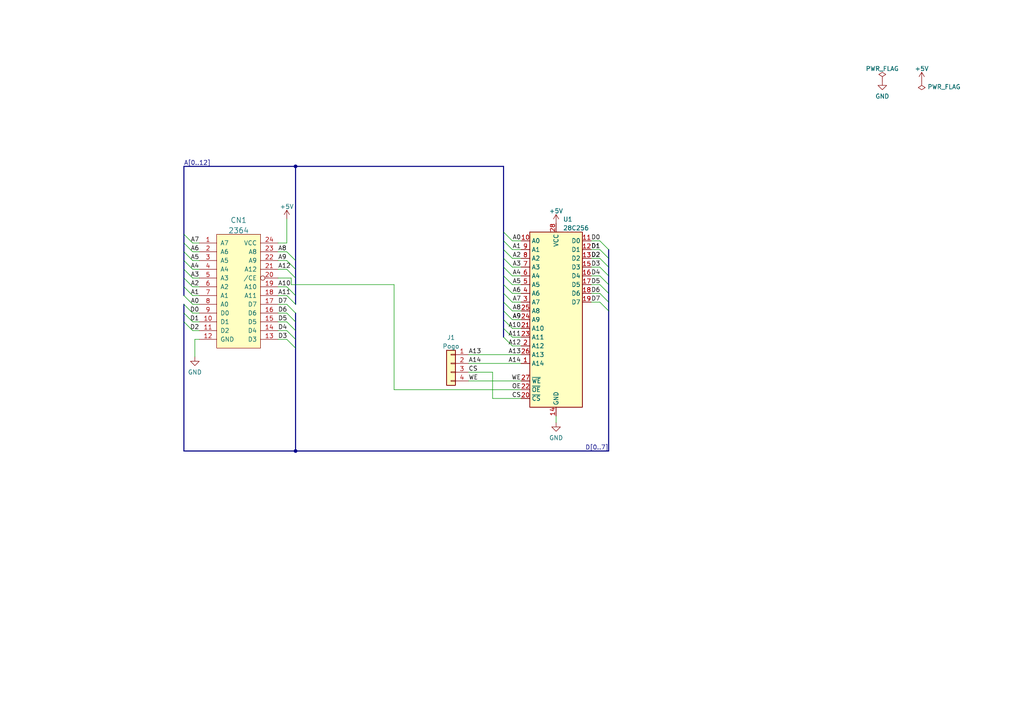
<source format=kicad_sch>
(kicad_sch (version 20211123) (generator eeschema)

  (uuid 5bc3b26b-97af-443e-88ec-f1e480af5ab0)

  (paper "A4")

  (title_block
    (title "KERNALquattro Adapter")
    (date "2022-05-02")
    (rev "1")
    (company "www.hackup.net")
    (comment 1 "Creative Commons Attribution-NonCommercial-ShareAlike 4.0 International License.")
    (comment 2 "This work is licensed under a")
  )

  (lib_symbols
    (symbol "Connector_Generic:Conn_01x04" (pin_names (offset 1.016) hide) (in_bom yes) (on_board yes)
      (property "Reference" "J" (id 0) (at 0 5.08 0)
        (effects (font (size 1.27 1.27)))
      )
      (property "Value" "Conn_01x04" (id 1) (at 0 -7.62 0)
        (effects (font (size 1.27 1.27)))
      )
      (property "Footprint" "" (id 2) (at 0 0 0)
        (effects (font (size 1.27 1.27)) hide)
      )
      (property "Datasheet" "~" (id 3) (at 0 0 0)
        (effects (font (size 1.27 1.27)) hide)
      )
      (property "ki_keywords" "connector" (id 4) (at 0 0 0)
        (effects (font (size 1.27 1.27)) hide)
      )
      (property "ki_description" "Generic connector, single row, 01x04, script generated (kicad-library-utils/schlib/autogen/connector/)" (id 5) (at 0 0 0)
        (effects (font (size 1.27 1.27)) hide)
      )
      (property "ki_fp_filters" "Connector*:*_1x??_*" (id 6) (at 0 0 0)
        (effects (font (size 1.27 1.27)) hide)
      )
      (symbol "Conn_01x04_1_1"
        (rectangle (start -1.27 -4.953) (end 0 -5.207)
          (stroke (width 0.1524) (type default) (color 0 0 0 0))
          (fill (type none))
        )
        (rectangle (start -1.27 -2.413) (end 0 -2.667)
          (stroke (width 0.1524) (type default) (color 0 0 0 0))
          (fill (type none))
        )
        (rectangle (start -1.27 0.127) (end 0 -0.127)
          (stroke (width 0.1524) (type default) (color 0 0 0 0))
          (fill (type none))
        )
        (rectangle (start -1.27 2.667) (end 0 2.413)
          (stroke (width 0.1524) (type default) (color 0 0 0 0))
          (fill (type none))
        )
        (rectangle (start -1.27 3.81) (end 1.27 -6.35)
          (stroke (width 0.254) (type default) (color 0 0 0 0))
          (fill (type background))
        )
        (pin passive line (at -5.08 2.54 0) (length 3.81)
          (name "Pin_1" (effects (font (size 1.27 1.27))))
          (number "1" (effects (font (size 1.27 1.27))))
        )
        (pin passive line (at -5.08 0 0) (length 3.81)
          (name "Pin_2" (effects (font (size 1.27 1.27))))
          (number "2" (effects (font (size 1.27 1.27))))
        )
        (pin passive line (at -5.08 -2.54 0) (length 3.81)
          (name "Pin_3" (effects (font (size 1.27 1.27))))
          (number "3" (effects (font (size 1.27 1.27))))
        )
        (pin passive line (at -5.08 -5.08 0) (length 3.81)
          (name "Pin_4" (effects (font (size 1.27 1.27))))
          (number "4" (effects (font (size 1.27 1.27))))
        )
      )
    )
    (symbol "Memory_EEPROM:28C256" (in_bom yes) (on_board yes)
      (property "Reference" "U" (id 0) (at -7.62 26.67 0)
        (effects (font (size 1.27 1.27)))
      )
      (property "Value" "28C256" (id 1) (at 2.54 -26.67 0)
        (effects (font (size 1.27 1.27)) (justify left))
      )
      (property "Footprint" "" (id 2) (at 0 0 0)
        (effects (font (size 1.27 1.27)) hide)
      )
      (property "Datasheet" "http://ww1.microchip.com/downloads/en/DeviceDoc/doc0006.pdf" (id 3) (at 0 0 0)
        (effects (font (size 1.27 1.27)) hide)
      )
      (property "ki_keywords" "Parallel EEPROM 256Kb" (id 4) (at 0 0 0)
        (effects (font (size 1.27 1.27)) hide)
      )
      (property "ki_description" "Paged Parallel EEPROM 256Kb (32K x 8), DIP-28/SOIC-28" (id 5) (at 0 0 0)
        (effects (font (size 1.27 1.27)) hide)
      )
      (property "ki_fp_filters" "DIP*W15.24mm* SOIC*7.5x17.9mm*P1.27mm*" (id 6) (at 0 0 0)
        (effects (font (size 1.27 1.27)) hide)
      )
      (symbol "28C256_1_1"
        (rectangle (start -7.62 25.4) (end 7.62 -25.4)
          (stroke (width 0.254) (type default) (color 0 0 0 0))
          (fill (type background))
        )
        (pin input line (at -10.16 -12.7 0) (length 2.54)
          (name "A14" (effects (font (size 1.27 1.27))))
          (number "1" (effects (font (size 1.27 1.27))))
        )
        (pin input line (at -10.16 22.86 0) (length 2.54)
          (name "A0" (effects (font (size 1.27 1.27))))
          (number "10" (effects (font (size 1.27 1.27))))
        )
        (pin tri_state line (at 10.16 22.86 180) (length 2.54)
          (name "D0" (effects (font (size 1.27 1.27))))
          (number "11" (effects (font (size 1.27 1.27))))
        )
        (pin tri_state line (at 10.16 20.32 180) (length 2.54)
          (name "D1" (effects (font (size 1.27 1.27))))
          (number "12" (effects (font (size 1.27 1.27))))
        )
        (pin tri_state line (at 10.16 17.78 180) (length 2.54)
          (name "D2" (effects (font (size 1.27 1.27))))
          (number "13" (effects (font (size 1.27 1.27))))
        )
        (pin power_in line (at 0 -27.94 90) (length 2.54)
          (name "GND" (effects (font (size 1.27 1.27))))
          (number "14" (effects (font (size 1.27 1.27))))
        )
        (pin tri_state line (at 10.16 15.24 180) (length 2.54)
          (name "D3" (effects (font (size 1.27 1.27))))
          (number "15" (effects (font (size 1.27 1.27))))
        )
        (pin tri_state line (at 10.16 12.7 180) (length 2.54)
          (name "D4" (effects (font (size 1.27 1.27))))
          (number "16" (effects (font (size 1.27 1.27))))
        )
        (pin tri_state line (at 10.16 10.16 180) (length 2.54)
          (name "D5" (effects (font (size 1.27 1.27))))
          (number "17" (effects (font (size 1.27 1.27))))
        )
        (pin tri_state line (at 10.16 7.62 180) (length 2.54)
          (name "D6" (effects (font (size 1.27 1.27))))
          (number "18" (effects (font (size 1.27 1.27))))
        )
        (pin tri_state line (at 10.16 5.08 180) (length 2.54)
          (name "D7" (effects (font (size 1.27 1.27))))
          (number "19" (effects (font (size 1.27 1.27))))
        )
        (pin input line (at -10.16 -7.62 0) (length 2.54)
          (name "A12" (effects (font (size 1.27 1.27))))
          (number "2" (effects (font (size 1.27 1.27))))
        )
        (pin input line (at -10.16 -22.86 0) (length 2.54)
          (name "~{CS}" (effects (font (size 1.27 1.27))))
          (number "20" (effects (font (size 1.27 1.27))))
        )
        (pin input line (at -10.16 -2.54 0) (length 2.54)
          (name "A10" (effects (font (size 1.27 1.27))))
          (number "21" (effects (font (size 1.27 1.27))))
        )
        (pin input line (at -10.16 -20.32 0) (length 2.54)
          (name "~{OE}" (effects (font (size 1.27 1.27))))
          (number "22" (effects (font (size 1.27 1.27))))
        )
        (pin input line (at -10.16 -5.08 0) (length 2.54)
          (name "A11" (effects (font (size 1.27 1.27))))
          (number "23" (effects (font (size 1.27 1.27))))
        )
        (pin input line (at -10.16 0 0) (length 2.54)
          (name "A9" (effects (font (size 1.27 1.27))))
          (number "24" (effects (font (size 1.27 1.27))))
        )
        (pin input line (at -10.16 2.54 0) (length 2.54)
          (name "A8" (effects (font (size 1.27 1.27))))
          (number "25" (effects (font (size 1.27 1.27))))
        )
        (pin input line (at -10.16 -10.16 0) (length 2.54)
          (name "A13" (effects (font (size 1.27 1.27))))
          (number "26" (effects (font (size 1.27 1.27))))
        )
        (pin input line (at -10.16 -17.78 0) (length 2.54)
          (name "~{WE}" (effects (font (size 1.27 1.27))))
          (number "27" (effects (font (size 1.27 1.27))))
        )
        (pin power_in line (at 0 27.94 270) (length 2.54)
          (name "VCC" (effects (font (size 1.27 1.27))))
          (number "28" (effects (font (size 1.27 1.27))))
        )
        (pin input line (at -10.16 5.08 0) (length 2.54)
          (name "A7" (effects (font (size 1.27 1.27))))
          (number "3" (effects (font (size 1.27 1.27))))
        )
        (pin input line (at -10.16 7.62 0) (length 2.54)
          (name "A6" (effects (font (size 1.27 1.27))))
          (number "4" (effects (font (size 1.27 1.27))))
        )
        (pin input line (at -10.16 10.16 0) (length 2.54)
          (name "A5" (effects (font (size 1.27 1.27))))
          (number "5" (effects (font (size 1.27 1.27))))
        )
        (pin input line (at -10.16 12.7 0) (length 2.54)
          (name "A4" (effects (font (size 1.27 1.27))))
          (number "6" (effects (font (size 1.27 1.27))))
        )
        (pin input line (at -10.16 15.24 0) (length 2.54)
          (name "A3" (effects (font (size 1.27 1.27))))
          (number "7" (effects (font (size 1.27 1.27))))
        )
        (pin input line (at -10.16 17.78 0) (length 2.54)
          (name "A2" (effects (font (size 1.27 1.27))))
          (number "8" (effects (font (size 1.27 1.27))))
        )
        (pin input line (at -10.16 20.32 0) (length 2.54)
          (name "A1" (effects (font (size 1.27 1.27))))
          (number "9" (effects (font (size 1.27 1.27))))
        )
      )
    )
    (symbol "hackup:2364" (pin_names (offset 1.016)) (in_bom yes) (on_board yes)
      (property "Reference" "U" (id 0) (at 0 -17.78 0)
        (effects (font (size 1.524 1.524)))
      )
      (property "Value" "2364" (id 1) (at 0 17.78 0)
        (effects (font (size 1.524 1.524)))
      )
      (property "Footprint" "" (id 2) (at 0 17.78 0)
        (effects (font (size 1.524 1.524)) hide)
      )
      (property "Datasheet" "" (id 3) (at 0 17.78 0)
        (effects (font (size 1.524 1.524)) hide)
      )
      (symbol "2364_0_1"
        (rectangle (start -6.35 16.51) (end 6.35 -16.51)
          (stroke (width 0) (type default) (color 0 0 0 0))
          (fill (type background))
        )
        (pin tri_state line (at 11.43 -8.89 180) (length 5.08)
          (name "D5" (effects (font (size 1.27 1.27))))
          (number "15" (effects (font (size 1.27 1.27))))
        )
        (pin tri_state line (at 11.43 -6.35 180) (length 5.08)
          (name "D6" (effects (font (size 1.27 1.27))))
          (number "16" (effects (font (size 1.27 1.27))))
        )
        (pin tri_state line (at 11.43 -3.81 180) (length 5.08)
          (name "D7" (effects (font (size 1.27 1.27))))
          (number "17" (effects (font (size 1.27 1.27))))
        )
        (pin input line (at 11.43 -1.27 180) (length 5.08)
          (name "A11" (effects (font (size 1.27 1.27))))
          (number "18" (effects (font (size 1.27 1.27))))
        )
        (pin input line (at 11.43 1.27 180) (length 5.08)
          (name "A10" (effects (font (size 1.27 1.27))))
          (number "19" (effects (font (size 1.27 1.27))))
        )
        (pin input inverted (at 11.43 3.81 180) (length 5.08)
          (name "/CE" (effects (font (size 1.27 1.27))))
          (number "20" (effects (font (size 1.27 1.27))))
        )
        (pin input line (at 11.43 6.35 180) (length 5.08)
          (name "A12" (effects (font (size 1.27 1.27))))
          (number "21" (effects (font (size 1.27 1.27))))
        )
        (pin input line (at 11.43 8.89 180) (length 5.08)
          (name "A9" (effects (font (size 1.27 1.27))))
          (number "22" (effects (font (size 1.27 1.27))))
        )
        (pin input line (at 11.43 11.43 180) (length 5.08)
          (name "A8" (effects (font (size 1.27 1.27))))
          (number "23" (effects (font (size 1.27 1.27))))
        )
        (pin power_in line (at 11.43 13.97 180) (length 5.08)
          (name "VCC" (effects (font (size 1.27 1.27))))
          (number "24" (effects (font (size 1.27 1.27))))
        )
      )
      (symbol "2364_1_1"
        (pin input line (at -11.43 13.97 0) (length 5.08)
          (name "A7" (effects (font (size 1.27 1.27))))
          (number "1" (effects (font (size 1.27 1.27))))
        )
        (pin tri_state line (at -11.43 -8.89 0) (length 5.08)
          (name "D1" (effects (font (size 1.27 1.27))))
          (number "10" (effects (font (size 1.27 1.27))))
        )
        (pin tri_state line (at -11.43 -11.43 0) (length 5.08)
          (name "D2" (effects (font (size 1.27 1.27))))
          (number "11" (effects (font (size 1.27 1.27))))
        )
        (pin power_in line (at -11.43 -13.97 0) (length 5.08)
          (name "GND" (effects (font (size 1.27 1.27))))
          (number "12" (effects (font (size 1.27 1.27))))
        )
        (pin tri_state line (at 11.43 -13.97 180) (length 5.08)
          (name "D3" (effects (font (size 1.27 1.27))))
          (number "13" (effects (font (size 1.27 1.27))))
        )
        (pin tri_state line (at 11.43 -11.43 180) (length 5.08)
          (name "D4" (effects (font (size 1.27 1.27))))
          (number "14" (effects (font (size 1.27 1.27))))
        )
        (pin input line (at -11.43 11.43 0) (length 5.08)
          (name "A6" (effects (font (size 1.27 1.27))))
          (number "2" (effects (font (size 1.27 1.27))))
        )
        (pin input line (at -11.43 8.89 0) (length 5.08)
          (name "A5" (effects (font (size 1.27 1.27))))
          (number "3" (effects (font (size 1.27 1.27))))
        )
        (pin input line (at -11.43 6.35 0) (length 5.08)
          (name "A4" (effects (font (size 1.27 1.27))))
          (number "4" (effects (font (size 1.27 1.27))))
        )
        (pin input line (at -11.43 3.81 0) (length 5.08)
          (name "A3" (effects (font (size 1.27 1.27))))
          (number "5" (effects (font (size 1.27 1.27))))
        )
        (pin input line (at -11.43 1.27 0) (length 5.08)
          (name "A2" (effects (font (size 1.27 1.27))))
          (number "6" (effects (font (size 1.27 1.27))))
        )
        (pin input line (at -11.43 -1.27 0) (length 5.08)
          (name "A1" (effects (font (size 1.27 1.27))))
          (number "7" (effects (font (size 1.27 1.27))))
        )
        (pin input line (at -11.43 -3.81 0) (length 5.08)
          (name "A0" (effects (font (size 1.27 1.27))))
          (number "8" (effects (font (size 1.27 1.27))))
        )
        (pin tri_state line (at -11.43 -6.35 0) (length 5.08)
          (name "D0" (effects (font (size 1.27 1.27))))
          (number "9" (effects (font (size 1.27 1.27))))
        )
      )
    )
    (symbol "power:+5V" (power) (pin_names (offset 0)) (in_bom yes) (on_board yes)
      (property "Reference" "#PWR" (id 0) (at 0 -3.81 0)
        (effects (font (size 1.27 1.27)) hide)
      )
      (property "Value" "+5V" (id 1) (at 0 3.556 0)
        (effects (font (size 1.27 1.27)))
      )
      (property "Footprint" "" (id 2) (at 0 0 0)
        (effects (font (size 1.27 1.27)) hide)
      )
      (property "Datasheet" "" (id 3) (at 0 0 0)
        (effects (font (size 1.27 1.27)) hide)
      )
      (property "ki_keywords" "power-flag" (id 4) (at 0 0 0)
        (effects (font (size 1.27 1.27)) hide)
      )
      (property "ki_description" "Power symbol creates a global label with name \"+5V\"" (id 5) (at 0 0 0)
        (effects (font (size 1.27 1.27)) hide)
      )
      (symbol "+5V_0_1"
        (polyline
          (pts
            (xy -0.762 1.27)
            (xy 0 2.54)
          )
          (stroke (width 0) (type default) (color 0 0 0 0))
          (fill (type none))
        )
        (polyline
          (pts
            (xy 0 0)
            (xy 0 2.54)
          )
          (stroke (width 0) (type default) (color 0 0 0 0))
          (fill (type none))
        )
        (polyline
          (pts
            (xy 0 2.54)
            (xy 0.762 1.27)
          )
          (stroke (width 0) (type default) (color 0 0 0 0))
          (fill (type none))
        )
      )
      (symbol "+5V_1_1"
        (pin power_in line (at 0 0 90) (length 0) hide
          (name "+5V" (effects (font (size 1.27 1.27))))
          (number "1" (effects (font (size 1.27 1.27))))
        )
      )
    )
    (symbol "power:GND" (power) (pin_names (offset 0)) (in_bom yes) (on_board yes)
      (property "Reference" "#PWR" (id 0) (at 0 -6.35 0)
        (effects (font (size 1.27 1.27)) hide)
      )
      (property "Value" "GND" (id 1) (at 0 -3.81 0)
        (effects (font (size 1.27 1.27)))
      )
      (property "Footprint" "" (id 2) (at 0 0 0)
        (effects (font (size 1.27 1.27)) hide)
      )
      (property "Datasheet" "" (id 3) (at 0 0 0)
        (effects (font (size 1.27 1.27)) hide)
      )
      (property "ki_keywords" "power-flag" (id 4) (at 0 0 0)
        (effects (font (size 1.27 1.27)) hide)
      )
      (property "ki_description" "Power symbol creates a global label with name \"GND\" , ground" (id 5) (at 0 0 0)
        (effects (font (size 1.27 1.27)) hide)
      )
      (symbol "GND_0_1"
        (polyline
          (pts
            (xy 0 0)
            (xy 0 -1.27)
            (xy 1.27 -1.27)
            (xy 0 -2.54)
            (xy -1.27 -1.27)
            (xy 0 -1.27)
          )
          (stroke (width 0) (type default) (color 0 0 0 0))
          (fill (type none))
        )
      )
      (symbol "GND_1_1"
        (pin power_in line (at 0 0 270) (length 0) hide
          (name "GND" (effects (font (size 1.27 1.27))))
          (number "1" (effects (font (size 1.27 1.27))))
        )
      )
    )
    (symbol "power:PWR_FLAG" (power) (pin_numbers hide) (pin_names (offset 0) hide) (in_bom yes) (on_board yes)
      (property "Reference" "#FLG" (id 0) (at 0 1.905 0)
        (effects (font (size 1.27 1.27)) hide)
      )
      (property "Value" "PWR_FLAG" (id 1) (at 0 3.81 0)
        (effects (font (size 1.27 1.27)))
      )
      (property "Footprint" "" (id 2) (at 0 0 0)
        (effects (font (size 1.27 1.27)) hide)
      )
      (property "Datasheet" "~" (id 3) (at 0 0 0)
        (effects (font (size 1.27 1.27)) hide)
      )
      (property "ki_keywords" "power-flag" (id 4) (at 0 0 0)
        (effects (font (size 1.27 1.27)) hide)
      )
      (property "ki_description" "Special symbol for telling ERC where power comes from" (id 5) (at 0 0 0)
        (effects (font (size 1.27 1.27)) hide)
      )
      (symbol "PWR_FLAG_0_0"
        (pin power_out line (at 0 0 90) (length 0)
          (name "pwr" (effects (font (size 1.27 1.27))))
          (number "1" (effects (font (size 1.27 1.27))))
        )
      )
      (symbol "PWR_FLAG_0_1"
        (polyline
          (pts
            (xy 0 0)
            (xy 0 1.27)
            (xy -1.016 1.905)
            (xy 0 2.54)
            (xy 1.016 1.905)
            (xy 0 1.27)
          )
          (stroke (width 0) (type default) (color 0 0 0 0))
          (fill (type none))
        )
      )
    )
  )

  (junction (at 85.725 48.26) (diameter 0) (color 0 0 0 0)
    (uuid a4bca768-a3d0-439c-adf5-c74e4027cc5b)
  )
  (junction (at 85.725 130.81) (diameter 0) (color 0 0 0 0)
    (uuid e526c44b-bb20-49bb-9450-960c6619e935)
  )

  (bus_entry (at 146.05 92.71) (size 2.54 2.54)
    (stroke (width 0) (type default) (color 0 0 0 0))
    (uuid 067e7aa1-5ee2-436d-bbc1-2954d63686df)
  )
  (bus_entry (at 53.34 85.725) (size 2.54 2.54)
    (stroke (width 0) (type default) (color 0 0 0 0))
    (uuid 0b73969b-f9e9-4936-ab87-2fc0bf9d35dd)
  )
  (bus_entry (at 83.185 85.725) (size 2.54 2.54)
    (stroke (width 0) (type default) (color 0 0 0 0))
    (uuid 118b64cb-3c9d-449b-a053-4abf858ab411)
  )
  (bus_entry (at 83.185 98.425) (size 2.54 2.54)
    (stroke (width 0) (type default) (color 0 0 0 0))
    (uuid 16725c7e-4a13-4888-86a1-e51add16def4)
  )
  (bus_entry (at 173.99 77.47) (size 2.54 2.54)
    (stroke (width 0) (type default) (color 0 0 0 0))
    (uuid 282fd1ae-a2bb-4c1c-a1ff-39fd631ca843)
  )
  (bus_entry (at 146.05 67.31) (size 2.54 2.54)
    (stroke (width 0) (type default) (color 0 0 0 0))
    (uuid 30eb79bc-dcf7-4254-a5a3-7c3e5ffc9cc9)
  )
  (bus_entry (at 53.34 73.025) (size 2.54 2.54)
    (stroke (width 0) (type default) (color 0 0 0 0))
    (uuid 33cccd06-ec0e-42de-bcda-09ca22cdb19e)
  )
  (bus_entry (at 146.05 82.55) (size 2.54 2.54)
    (stroke (width 0) (type default) (color 0 0 0 0))
    (uuid 36786663-8a67-44a9-b0d9-1e247758b231)
  )
  (bus_entry (at 146.05 77.47) (size 2.54 2.54)
    (stroke (width 0) (type default) (color 0 0 0 0))
    (uuid 3bb54a82-02ab-4c63-be7e-733b6303aa00)
  )
  (bus_entry (at 146.05 69.85) (size 2.54 2.54)
    (stroke (width 0) (type default) (color 0 0 0 0))
    (uuid 3d9cf7be-0d31-4e5b-8189-c6c3e6205154)
  )
  (bus_entry (at 83.185 90.805) (size 2.54 2.54)
    (stroke (width 0) (type default) (color 0 0 0 0))
    (uuid 405ed23a-3356-4c01-82fd-13b879881ac5)
  )
  (bus_entry (at 173.99 85.09) (size 2.54 2.54)
    (stroke (width 0) (type default) (color 0 0 0 0))
    (uuid 44da7b57-ff48-4745-a6af-8696214d4ba7)
  )
  (bus_entry (at 146.05 85.09) (size 2.54 2.54)
    (stroke (width 0) (type default) (color 0 0 0 0))
    (uuid 470dcc9d-e306-42b8-ab4e-21975e0d95f1)
  )
  (bus_entry (at 146.05 72.39) (size 2.54 2.54)
    (stroke (width 0) (type default) (color 0 0 0 0))
    (uuid 4ea82744-5d50-44b6-b8a0-c53bd2a4dd2b)
  )
  (bus_entry (at 83.185 93.345) (size 2.54 2.54)
    (stroke (width 0) (type default) (color 0 0 0 0))
    (uuid 50bc83da-fc06-4a21-abe5-21aaa9da6720)
  )
  (bus_entry (at 146.05 97.79) (size 2.54 2.54)
    (stroke (width 0) (type default) (color 0 0 0 0))
    (uuid 55f95be2-366c-4d1f-80e7-7ba89d14ba36)
  )
  (bus_entry (at 53.34 80.645) (size 2.54 2.54)
    (stroke (width 0) (type default) (color 0 0 0 0))
    (uuid 56c61072-2b11-41ee-ad52-41ffc9ea5dd0)
  )
  (bus_entry (at 53.34 78.105) (size 2.54 2.54)
    (stroke (width 0) (type default) (color 0 0 0 0))
    (uuid 5c8c8f8d-b239-46fb-abae-ea247f813e67)
  )
  (bus_entry (at 53.34 93.345) (size 2.54 2.54)
    (stroke (width 0) (type default) (color 0 0 0 0))
    (uuid 5fae9744-7867-4ff7-b556-cc8d15158ca0)
  )
  (bus_entry (at 53.34 83.185) (size 2.54 2.54)
    (stroke (width 0) (type default) (color 0 0 0 0))
    (uuid 637a3657-e868-47bd-864f-ef786d3f4c09)
  )
  (bus_entry (at 83.185 88.265) (size 2.54 2.54)
    (stroke (width 0) (type default) (color 0 0 0 0))
    (uuid 666e44e8-c8c7-4081-9107-93315a545c28)
  )
  (bus_entry (at 146.05 90.17) (size 2.54 2.54)
    (stroke (width 0) (type default) (color 0 0 0 0))
    (uuid 6c24f885-2e70-443b-ae08-b635ce0bf4d5)
  )
  (bus_entry (at 53.34 88.265) (size 2.54 2.54)
    (stroke (width 0) (type default) (color 0 0 0 0))
    (uuid 7a67f5fd-6b07-4145-b288-46786afcbd3c)
  )
  (bus_entry (at 146.05 80.01) (size 2.54 2.54)
    (stroke (width 0) (type default) (color 0 0 0 0))
    (uuid 83b7032a-7eaf-4f9e-80fc-8b3f8ae9dabd)
  )
  (bus_entry (at 146.05 74.93) (size 2.54 2.54)
    (stroke (width 0) (type default) (color 0 0 0 0))
    (uuid 8924b9eb-f1c1-44df-ba0a-594363c172f9)
  )
  (bus_entry (at 53.34 75.565) (size 2.54 2.54)
    (stroke (width 0) (type default) (color 0 0 0 0))
    (uuid 9591ecd0-f9dd-493c-9190-dd2aff96397d)
  )
  (bus_entry (at 53.34 67.945) (size 2.54 2.54)
    (stroke (width 0) (type default) (color 0 0 0 0))
    (uuid 9b2d4900-981b-4ee7-855e-e85e1a20aa8a)
  )
  (bus_entry (at 173.99 87.63) (size 2.54 2.54)
    (stroke (width 0) (type default) (color 0 0 0 0))
    (uuid 9d790d0c-f0a6-41bc-ad61-7a0795580196)
  )
  (bus_entry (at 173.99 80.01) (size 2.54 2.54)
    (stroke (width 0) (type default) (color 0 0 0 0))
    (uuid a3d15c6d-c9d0-4c04-b830-650cf9c2134a)
  )
  (bus_entry (at 83.185 83.185) (size 2.54 2.54)
    (stroke (width 0) (type default) (color 0 0 0 0))
    (uuid ae664a88-8a11-4084-a5bc-c9f4938015ed)
  )
  (bus_entry (at 53.34 70.485) (size 2.54 2.54)
    (stroke (width 0) (type default) (color 0 0 0 0))
    (uuid b2f35f23-8935-41aa-9058-8c6490169397)
  )
  (bus_entry (at 146.05 87.63) (size 2.54 2.54)
    (stroke (width 0) (type default) (color 0 0 0 0))
    (uuid bd2453a7-6053-44af-81e6-812711d8e38d)
  )
  (bus_entry (at 83.185 95.885) (size 2.54 2.54)
    (stroke (width 0) (type default) (color 0 0 0 0))
    (uuid d6dd1214-120a-4701-bc3e-8a29540e668b)
  )
  (bus_entry (at 173.99 72.39) (size 2.54 2.54)
    (stroke (width 0) (type default) (color 0 0 0 0))
    (uuid dbe625da-d302-40b4-92ba-844523f9a4eb)
  )
  (bus_entry (at 146.05 95.25) (size 2.54 2.54)
    (stroke (width 0) (type default) (color 0 0 0 0))
    (uuid e4c0aeb7-ce2f-4a94-a2bb-f3a0852c650e)
  )
  (bus_entry (at 173.99 69.85) (size 2.54 2.54)
    (stroke (width 0) (type default) (color 0 0 0 0))
    (uuid e847c12d-9748-48d8-8f06-622263ea82c6)
  )
  (bus_entry (at 53.34 90.805) (size 2.54 2.54)
    (stroke (width 0) (type default) (color 0 0 0 0))
    (uuid ea1940fe-6544-4400-8a99-fe4427ad7b34)
  )
  (bus_entry (at 83.185 73.025) (size 2.54 2.54)
    (stroke (width 0) (type default) (color 0 0 0 0))
    (uuid ec505998-69ed-4ced-8361-67e04f1f69b0)
  )
  (bus_entry (at 83.185 78.105) (size 2.54 2.54)
    (stroke (width 0) (type default) (color 0 0 0 0))
    (uuid ef5d468a-f92a-4067-9e2a-9df2e120921a)
  )
  (bus_entry (at 83.185 75.565) (size 2.54 2.54)
    (stroke (width 0) (type default) (color 0 0 0 0))
    (uuid f8df3ebb-3180-48dc-8dfa-7a2859e0a815)
  )
  (bus_entry (at 173.99 82.55) (size 2.54 2.54)
    (stroke (width 0) (type default) (color 0 0 0 0))
    (uuid f97cf737-eafb-41f1-b412-8d6d532a2959)
  )
  (bus_entry (at 173.99 74.93) (size 2.54 2.54)
    (stroke (width 0) (type default) (color 0 0 0 0))
    (uuid fd771dae-7063-45f9-a46f-9eeaa953e1dc)
  )

  (bus (pts (xy 146.05 95.25) (xy 146.05 97.79))
    (stroke (width 0) (type default) (color 0 0 0 0))
    (uuid 032b5930-9f43-4f71-b15a-e358e70d6548)
  )
  (bus (pts (xy 85.725 100.965) (xy 85.725 130.81))
    (stroke (width 0) (type default) (color 0 0 0 0))
    (uuid 0363a42f-99e7-494b-90e4-f58a82809267)
  )
  (bus (pts (xy 146.05 82.55) (xy 146.05 85.09))
    (stroke (width 0) (type default) (color 0 0 0 0))
    (uuid 043612a1-d17c-45ee-915c-70124cdc5b67)
  )

  (wire (pts (xy 148.59 72.39) (xy 151.13 72.39))
    (stroke (width 0) (type default) (color 0 0 0 0))
    (uuid 0607e1d1-c59a-47e0-9c6d-d5c83ea68a55)
  )
  (wire (pts (xy 80.645 75.565) (xy 83.185 75.565))
    (stroke (width 0) (type default) (color 0 0 0 0))
    (uuid 099c147a-d824-4fc4-82e0-982de2856dbb)
  )
  (wire (pts (xy 83.185 70.485) (xy 83.185 63.5))
    (stroke (width 0) (type default) (color 0 0 0 0))
    (uuid 0e1b3bcf-c5b7-4028-a3f2-2b71738a393f)
  )
  (bus (pts (xy 176.53 72.39) (xy 176.53 74.93))
    (stroke (width 0) (type default) (color 0 0 0 0))
    (uuid 1462f777-a0fc-47a3-8f86-9ed4702270a1)
  )

  (wire (pts (xy 171.45 74.93) (xy 173.99 74.93))
    (stroke (width 0) (type default) (color 0 0 0 0))
    (uuid 187af1fb-ac5b-48de-b062-f5993db2d462)
  )
  (bus (pts (xy 146.05 72.39) (xy 146.05 74.93))
    (stroke (width 0) (type default) (color 0 0 0 0))
    (uuid 19206ff4-6667-4542-837f-92eeee20b0a5)
  )
  (bus (pts (xy 176.53 90.17) (xy 176.53 130.81))
    (stroke (width 0) (type default) (color 0 0 0 0))
    (uuid 21836c76-a3eb-4ade-b228-169563313760)
  )
  (bus (pts (xy 53.34 90.805) (xy 53.34 93.345))
    (stroke (width 0) (type default) (color 0 0 0 0))
    (uuid 23f83e9a-bd48-4491-a9d1-47d5abc4a33b)
  )

  (wire (pts (xy 55.88 88.265) (xy 57.785 88.265))
    (stroke (width 0) (type default) (color 0 0 0 0))
    (uuid 27aa52c3-e3b0-4ae0-9ed8-459320b5c680)
  )
  (wire (pts (xy 80.645 85.725) (xy 83.185 85.725))
    (stroke (width 0) (type default) (color 0 0 0 0))
    (uuid 28967337-9f07-43ab-aefc-b81dbd65e1d1)
  )
  (wire (pts (xy 80.645 70.485) (xy 83.185 70.485))
    (stroke (width 0) (type default) (color 0 0 0 0))
    (uuid 28b95697-30fc-4390-a54e-379ee44ede65)
  )
  (bus (pts (xy 146.05 77.47) (xy 146.05 80.01))
    (stroke (width 0) (type default) (color 0 0 0 0))
    (uuid 2943db9e-be11-4e24-b447-17d05f0d40b3)
  )
  (bus (pts (xy 85.725 48.26) (xy 146.05 48.26))
    (stroke (width 0) (type default) (color 0 0 0 0))
    (uuid 2bef358f-b495-486e-a197-9f6a2b9d43bb)
  )
  (bus (pts (xy 53.34 70.485) (xy 53.34 67.945))
    (stroke (width 0) (type default) (color 0 0 0 0))
    (uuid 2cffd50b-5dbe-48ee-9a93-a6dacab9614a)
  )
  (bus (pts (xy 53.34 67.945) (xy 53.34 48.26))
    (stroke (width 0) (type default) (color 0 0 0 0))
    (uuid 2d9affb5-cbf2-4e94-bfae-7e7b94ff98cb)
  )
  (bus (pts (xy 146.05 69.85) (xy 146.05 72.39))
    (stroke (width 0) (type default) (color 0 0 0 0))
    (uuid 2f1cba93-07c3-40aa-a3a0-bca752028e6d)
  )

  (wire (pts (xy 114.3 113.03) (xy 151.13 113.03))
    (stroke (width 0) (type default) (color 0 0 0 0))
    (uuid 31bf73f8-5ead-4618-bd11-6325766f2985)
  )
  (bus (pts (xy 85.725 75.565) (xy 85.725 78.105))
    (stroke (width 0) (type default) (color 0 0 0 0))
    (uuid 31f0e959-3d06-4716-a672-da205573bb35)
  )

  (wire (pts (xy 55.88 73.025) (xy 57.785 73.025))
    (stroke (width 0) (type default) (color 0 0 0 0))
    (uuid 3308c0b8-7e43-48cf-8e76-2d7431aab57f)
  )
  (bus (pts (xy 146.05 92.71) (xy 146.05 95.25))
    (stroke (width 0) (type default) (color 0 0 0 0))
    (uuid 34d78926-515a-4a14-b5ad-fb7ae2b42c83)
  )
  (bus (pts (xy 53.34 73.025) (xy 53.34 70.485))
    (stroke (width 0) (type default) (color 0 0 0 0))
    (uuid 36d9cbc5-97e5-476f-8295-c793db59c15a)
  )

  (wire (pts (xy 142.875 107.95) (xy 142.875 115.57))
    (stroke (width 0) (type default) (color 0 0 0 0))
    (uuid 383d56a3-c89d-49fe-8f4f-04c31fc7ded3)
  )
  (wire (pts (xy 135.89 105.41) (xy 151.13 105.41))
    (stroke (width 0) (type default) (color 0 0 0 0))
    (uuid 38ebae27-fe23-4ee8-aa32-fd9f9b310c6c)
  )
  (bus (pts (xy 176.53 77.47) (xy 176.53 80.01))
    (stroke (width 0) (type default) (color 0 0 0 0))
    (uuid 3b901881-008a-4ff7-816e-6816a884b7f8)
  )

  (wire (pts (xy 171.45 85.09) (xy 173.99 85.09))
    (stroke (width 0) (type default) (color 0 0 0 0))
    (uuid 3f18ef1e-7a4a-40e4-8d6f-d93d01428e83)
  )
  (bus (pts (xy 53.34 75.565) (xy 53.34 73.025))
    (stroke (width 0) (type default) (color 0 0 0 0))
    (uuid 3f88c1bc-7389-4fd7-bd1a-8bbe1ae31ab7)
  )
  (bus (pts (xy 53.34 48.26) (xy 85.725 48.26))
    (stroke (width 0) (type default) (color 0 0 0 0))
    (uuid 3fd73c76-c87b-48af-a5d4-c5096cc80fb5)
  )
  (bus (pts (xy 176.53 80.01) (xy 176.53 82.55))
    (stroke (width 0) (type default) (color 0 0 0 0))
    (uuid 4b7e1ace-cea5-4b66-9885-548ee3b91b49)
  )
  (bus (pts (xy 85.725 130.81) (xy 176.53 130.81))
    (stroke (width 0) (type default) (color 0 0 0 0))
    (uuid 53c8cbae-7e82-4dac-bde3-0e3bf7d9c7aa)
  )

  (wire (pts (xy 148.59 74.93) (xy 151.13 74.93))
    (stroke (width 0) (type default) (color 0 0 0 0))
    (uuid 550a43eb-7a19-461d-ba12-5e4622a89412)
  )
  (wire (pts (xy 148.59 90.17) (xy 151.13 90.17))
    (stroke (width 0) (type default) (color 0 0 0 0))
    (uuid 5a9ed553-1a2b-4a41-ac76-8932d62e6361)
  )
  (wire (pts (xy 80.645 90.805) (xy 83.185 90.805))
    (stroke (width 0) (type default) (color 0 0 0 0))
    (uuid 5bfb56fb-3952-437f-91c5-38561d4488a5)
  )
  (wire (pts (xy 148.59 87.63) (xy 151.13 87.63))
    (stroke (width 0) (type default) (color 0 0 0 0))
    (uuid 5cf6763d-41bb-42b9-a923-e7dcaf862db8)
  )
  (wire (pts (xy 80.645 98.425) (xy 83.185 98.425))
    (stroke (width 0) (type default) (color 0 0 0 0))
    (uuid 5ede832f-8ed2-4665-97af-b00a3e30069e)
  )
  (wire (pts (xy 80.645 73.025) (xy 83.185 73.025))
    (stroke (width 0) (type default) (color 0 0 0 0))
    (uuid 60406a9d-57ab-4f8d-b79f-523330fd3ffa)
  )
  (wire (pts (xy 55.88 95.885) (xy 57.785 95.885))
    (stroke (width 0) (type default) (color 0 0 0 0))
    (uuid 69b9a356-d838-48e5-b60a-3b9c6448893a)
  )
  (wire (pts (xy 55.88 85.725) (xy 57.785 85.725))
    (stroke (width 0) (type default) (color 0 0 0 0))
    (uuid 6b3ff6d2-5d9a-4ae1-bd96-cf6559ae9c31)
  )
  (wire (pts (xy 171.45 69.85) (xy 173.99 69.85))
    (stroke (width 0) (type default) (color 0 0 0 0))
    (uuid 6e78c9dc-f80e-49d4-82d3-47dfdb2b4165)
  )
  (bus (pts (xy 146.05 48.26) (xy 146.05 67.31))
    (stroke (width 0) (type default) (color 0 0 0 0))
    (uuid 6eb83bb1-7e28-4d57-bae5-fff103b485f8)
  )

  (wire (pts (xy 135.89 107.95) (xy 142.875 107.95))
    (stroke (width 0) (type default) (color 0 0 0 0))
    (uuid 713083df-12bf-4081-9211-169792f90f86)
  )
  (bus (pts (xy 146.05 67.31) (xy 146.05 69.85))
    (stroke (width 0) (type default) (color 0 0 0 0))
    (uuid 71472753-5de3-4d63-abf7-0fb011781216)
  )

  (wire (pts (xy 148.59 97.79) (xy 151.13 97.79))
    (stroke (width 0) (type default) (color 0 0 0 0))
    (uuid 72d176f8-a978-4e7e-836e-dd7b49e2cce9)
  )
  (bus (pts (xy 53.34 85.725) (xy 53.34 83.185))
    (stroke (width 0) (type default) (color 0 0 0 0))
    (uuid 78307831-67db-4725-9390-7a6e0dac3847)
  )
  (bus (pts (xy 53.34 130.81) (xy 85.725 130.81))
    (stroke (width 0) (type default) (color 0 0 0 0))
    (uuid 78a6d4f3-a5d2-4207-959a-838eb18510ed)
  )

  (wire (pts (xy 84.455 82.55) (xy 114.3 82.55))
    (stroke (width 0) (type default) (color 0 0 0 0))
    (uuid 7f8398d1-1fcb-4b17-b71c-c5df98433848)
  )
  (wire (pts (xy 148.59 80.01) (xy 151.13 80.01))
    (stroke (width 0) (type default) (color 0 0 0 0))
    (uuid 812cc8e7-fe3e-41b9-bbea-7db68a90e673)
  )
  (wire (pts (xy 171.45 82.55) (xy 173.99 82.55))
    (stroke (width 0) (type default) (color 0 0 0 0))
    (uuid 8196c8f2-a6a4-4774-afb4-340a322829da)
  )
  (wire (pts (xy 55.88 70.485) (xy 57.785 70.485))
    (stroke (width 0) (type default) (color 0 0 0 0))
    (uuid 83cf580c-d816-4e5d-9db3-863e355fed95)
  )
  (bus (pts (xy 85.725 85.725) (xy 85.725 88.265))
    (stroke (width 0) (type default) (color 0 0 0 0))
    (uuid 84cd82aa-d81c-4072-a670-bcb4255383fb)
  )

  (wire (pts (xy 148.59 77.47) (xy 151.13 77.47))
    (stroke (width 0) (type default) (color 0 0 0 0))
    (uuid 870c13ce-e1bd-4942-9b01-df398576c3b4)
  )
  (bus (pts (xy 176.53 82.55) (xy 176.53 85.09))
    (stroke (width 0) (type default) (color 0 0 0 0))
    (uuid 8aac7d40-606f-4df4-b053-319fcc7fe8e4)
  )

  (wire (pts (xy 171.45 77.47) (xy 173.99 77.47))
    (stroke (width 0) (type default) (color 0 0 0 0))
    (uuid 8febd65b-d844-4128-be31-af4bed829c01)
  )
  (wire (pts (xy 80.645 78.105) (xy 83.185 78.105))
    (stroke (width 0) (type default) (color 0 0 0 0))
    (uuid 93c10cc7-2540-4cc6-97c6-c352006b7457)
  )
  (wire (pts (xy 148.59 85.09) (xy 151.13 85.09))
    (stroke (width 0) (type default) (color 0 0 0 0))
    (uuid 950bdede-2225-4755-9017-8335c6589c6c)
  )
  (bus (pts (xy 176.53 74.93) (xy 176.53 77.47))
    (stroke (width 0) (type default) (color 0 0 0 0))
    (uuid 9b275f59-5184-4bf7-b6a2-e037f42e4d63)
  )

  (wire (pts (xy 84.455 80.645) (xy 84.455 82.55))
    (stroke (width 0) (type default) (color 0 0 0 0))
    (uuid 9c614a92-4db0-4682-b200-e8121deaa926)
  )
  (wire (pts (xy 80.645 95.885) (xy 83.185 95.885))
    (stroke (width 0) (type default) (color 0 0 0 0))
    (uuid a0d40d65-0d35-41ac-953d-c301d4e5eedb)
  )
  (wire (pts (xy 56.515 103.505) (xy 56.515 98.425))
    (stroke (width 0) (type default) (color 0 0 0 0))
    (uuid a11c8a75-2331-4b63-b556-8d48880f6152)
  )
  (wire (pts (xy 55.88 75.565) (xy 57.785 75.565))
    (stroke (width 0) (type default) (color 0 0 0 0))
    (uuid a43d24da-a047-4887-b13d-f1f34093a556)
  )
  (wire (pts (xy 148.59 95.25) (xy 151.13 95.25))
    (stroke (width 0) (type default) (color 0 0 0 0))
    (uuid a58463f6-ea37-46fe-bac0-936c79e70a50)
  )
  (bus (pts (xy 53.34 93.345) (xy 53.34 130.81))
    (stroke (width 0) (type default) (color 0 0 0 0))
    (uuid a65a62e2-ea2e-4e34-af59-09953f9846b0)
  )

  (wire (pts (xy 142.875 115.57) (xy 151.13 115.57))
    (stroke (width 0) (type default) (color 0 0 0 0))
    (uuid a93c559b-4f1d-4309-b793-df35a528ad8d)
  )
  (bus (pts (xy 85.725 80.645) (xy 85.725 85.725))
    (stroke (width 0) (type default) (color 0 0 0 0))
    (uuid acd67e8d-ab92-4d45-86ce-c847dd097526)
  )
  (bus (pts (xy 176.53 85.09) (xy 176.53 87.63))
    (stroke (width 0) (type default) (color 0 0 0 0))
    (uuid ae4f328b-18f1-4d8e-9bdc-a9c5cabb3e31)
  )
  (bus (pts (xy 146.05 74.93) (xy 146.05 77.47))
    (stroke (width 0) (type default) (color 0 0 0 0))
    (uuid af80bcfb-bbae-4643-b66e-5dcd960efff8)
  )

  (wire (pts (xy 80.645 88.265) (xy 83.185 88.265))
    (stroke (width 0) (type default) (color 0 0 0 0))
    (uuid afe1b5fb-6895-482a-8111-a0dbcf44d254)
  )
  (wire (pts (xy 56.515 98.425) (xy 57.785 98.425))
    (stroke (width 0) (type default) (color 0 0 0 0))
    (uuid b1f9683a-4321-4293-81b0-1455ad61b8b9)
  )
  (wire (pts (xy 55.88 80.645) (xy 57.785 80.645))
    (stroke (width 0) (type default) (color 0 0 0 0))
    (uuid b225d8f7-68cd-4c6d-873b-90a84925d431)
  )
  (bus (pts (xy 146.05 85.09) (xy 146.05 87.63))
    (stroke (width 0) (type default) (color 0 0 0 0))
    (uuid b29a2358-7a70-4d90-af7c-e2752322c591)
  )
  (bus (pts (xy 85.725 93.345) (xy 85.725 95.885))
    (stroke (width 0) (type default) (color 0 0 0 0))
    (uuid b30cfbd6-0b1c-4adb-a6eb-7dd49c5c4308)
  )
  (bus (pts (xy 85.725 90.805) (xy 85.725 93.345))
    (stroke (width 0) (type default) (color 0 0 0 0))
    (uuid b5800792-726c-4a5b-bb06-6410bbb48025)
  )

  (wire (pts (xy 171.45 80.01) (xy 173.99 80.01))
    (stroke (width 0) (type default) (color 0 0 0 0))
    (uuid b98d70c1-748f-4a8b-a4e3-9a4cb2b70139)
  )
  (bus (pts (xy 85.725 98.425) (xy 85.725 100.965))
    (stroke (width 0) (type default) (color 0 0 0 0))
    (uuid c11ac8d5-23e9-4014-92bc-876176984ea2)
  )
  (bus (pts (xy 53.34 88.265) (xy 53.34 90.805))
    (stroke (width 0) (type default) (color 0 0 0 0))
    (uuid c1cbf9f6-799d-4ec8-9680-f43f63c4e68b)
  )
  (bus (pts (xy 53.34 78.105) (xy 53.34 75.565))
    (stroke (width 0) (type default) (color 0 0 0 0))
    (uuid c2e1dbeb-244e-4da3-a091-62fe437455fc)
  )
  (bus (pts (xy 146.05 80.01) (xy 146.05 82.55))
    (stroke (width 0) (type default) (color 0 0 0 0))
    (uuid c42b21bd-a10f-43b1-8553-6c95d7378ab2)
  )
  (bus (pts (xy 176.53 87.63) (xy 176.53 90.17))
    (stroke (width 0) (type default) (color 0 0 0 0))
    (uuid c4ceaa4f-38ed-4852-aa2b-3c5564dcdf8f)
  )

  (wire (pts (xy 55.88 93.345) (xy 57.785 93.345))
    (stroke (width 0) (type default) (color 0 0 0 0))
    (uuid c653e135-dd92-487e-a6e3-8cfd3e05c59e)
  )
  (bus (pts (xy 85.725 78.105) (xy 85.725 80.645))
    (stroke (width 0) (type default) (color 0 0 0 0))
    (uuid c800550d-e0fa-481c-84b5-11a82095ae47)
  )

  (wire (pts (xy 55.88 90.805) (xy 57.785 90.805))
    (stroke (width 0) (type default) (color 0 0 0 0))
    (uuid c9a8adc7-7b6a-4404-910b-074d6649bd42)
  )
  (wire (pts (xy 80.645 83.185) (xy 83.185 83.185))
    (stroke (width 0) (type default) (color 0 0 0 0))
    (uuid ca09d6f8-5ea5-49e3-a0ac-fa56eb5b200a)
  )
  (bus (pts (xy 146.05 87.63) (xy 146.05 90.17))
    (stroke (width 0) (type default) (color 0 0 0 0))
    (uuid ca73e2ed-8abd-42b7-a639-774b08ebaf50)
  )

  (wire (pts (xy 114.3 82.55) (xy 114.3 113.03))
    (stroke (width 0) (type default) (color 0 0 0 0))
    (uuid cd456294-dca4-4c26-9abc-c7a07f86c1c8)
  )
  (wire (pts (xy 80.645 80.645) (xy 84.455 80.645))
    (stroke (width 0) (type default) (color 0 0 0 0))
    (uuid ce1871bd-0dbe-421e-af45-ef8b1716fbf2)
  )
  (bus (pts (xy 146.05 90.17) (xy 146.05 92.71))
    (stroke (width 0) (type default) (color 0 0 0 0))
    (uuid d4190fc8-dc6a-4f0a-90a7-985bb2003920)
  )

  (wire (pts (xy 148.59 100.33) (xy 151.13 100.33))
    (stroke (width 0) (type default) (color 0 0 0 0))
    (uuid d4740077-e228-41b0-b0ec-9b01178b4d50)
  )
  (wire (pts (xy 55.88 78.105) (xy 57.785 78.105))
    (stroke (width 0) (type default) (color 0 0 0 0))
    (uuid d5bd300a-3b97-4342-9619-856da664a6b1)
  )
  (wire (pts (xy 55.88 83.185) (xy 57.785 83.185))
    (stroke (width 0) (type default) (color 0 0 0 0))
    (uuid daa1e1a6-803b-4e2f-9495-dea5c542f281)
  )
  (bus (pts (xy 85.725 48.26) (xy 85.725 75.565))
    (stroke (width 0) (type default) (color 0 0 0 0))
    (uuid e08fb0f2-e097-4178-a15b-537c83e51673)
  )

  (wire (pts (xy 161.29 120.65) (xy 161.29 122.555))
    (stroke (width 0) (type default) (color 0 0 0 0))
    (uuid e450a3e6-7307-4d2c-855e-cde0bff5407e)
  )
  (bus (pts (xy 85.725 95.885) (xy 85.725 98.425))
    (stroke (width 0) (type default) (color 0 0 0 0))
    (uuid e5cb276d-8a19-4c1b-8612-7ec7531a3724)
  )

  (wire (pts (xy 148.59 92.71) (xy 151.13 92.71))
    (stroke (width 0) (type default) (color 0 0 0 0))
    (uuid e64e962c-4125-4570-9745-a56f32a81047)
  )
  (wire (pts (xy 135.89 110.49) (xy 151.13 110.49))
    (stroke (width 0) (type default) (color 0 0 0 0))
    (uuid e6edf7d0-8b7d-4134-9863-22fedb6ebcfe)
  )
  (wire (pts (xy 148.59 82.55) (xy 151.13 82.55))
    (stroke (width 0) (type default) (color 0 0 0 0))
    (uuid ea1232f4-9826-4dc0-8bcf-e9665b182b1e)
  )
  (wire (pts (xy 80.645 93.345) (xy 83.185 93.345))
    (stroke (width 0) (type default) (color 0 0 0 0))
    (uuid eae47911-8dbe-4fc3-a6ae-2f81ab7e8435)
  )
  (bus (pts (xy 53.34 83.185) (xy 53.34 80.645))
    (stroke (width 0) (type default) (color 0 0 0 0))
    (uuid eeb29389-881e-4da3-a18a-ba7a83743388)
  )

  (wire (pts (xy 135.89 102.87) (xy 151.13 102.87))
    (stroke (width 0) (type default) (color 0 0 0 0))
    (uuid f2ef21bc-1542-49c2-acb2-773f89f4450e)
  )
  (wire (pts (xy 171.45 72.39) (xy 173.99 72.39))
    (stroke (width 0) (type default) (color 0 0 0 0))
    (uuid f348d7c6-e896-4fc5-a631-c3e99a1a56e9)
  )
  (wire (pts (xy 148.59 69.85) (xy 151.13 69.85))
    (stroke (width 0) (type default) (color 0 0 0 0))
    (uuid f4e9f674-c783-4040-baa2-80e731bd549f)
  )
  (bus (pts (xy 53.34 80.645) (xy 53.34 78.105))
    (stroke (width 0) (type default) (color 0 0 0 0))
    (uuid fab87543-acd7-46f4-be43-c10feb2f94e1)
  )

  (wire (pts (xy 171.45 87.63) (xy 173.99 87.63))
    (stroke (width 0) (type default) (color 0 0 0 0))
    (uuid fee1b0a6-4159-4ff5-81b0-2ce529f5fcf4)
  )

  (label "A11" (at 80.645 85.725 0)
    (effects (font (size 1.27 1.27)) (justify left bottom))
    (uuid 008fe48d-84e9-41a2-a34d-397880e73eb2)
  )
  (label "A6" (at 151.13 85.09 180)
    (effects (font (size 1.27 1.27)) (justify right bottom))
    (uuid 046c5f83-3a53-42d6-aff3-96a572fe690a)
  )
  (label "A1" (at 151.13 72.39 180)
    (effects (font (size 1.27 1.27)) (justify right bottom))
    (uuid 1344634f-3066-432d-a926-c530d12e40f3)
  )
  (label "D1" (at 171.45 72.39 0)
    (effects (font (size 1.27 1.27)) (justify left bottom))
    (uuid 1dfba820-5f3f-47dd-88a5-fadde915264e)
  )
  (label "WE" (at 135.89 110.49 0)
    (effects (font (size 1.27 1.27)) (justify left bottom))
    (uuid 2007918d-9671-48db-ae57-b68c1ee453f1)
  )
  (label "A3" (at 151.13 77.47 180)
    (effects (font (size 1.27 1.27)) (justify right bottom))
    (uuid 224ac263-2f29-4d93-8dc5-9ce19530a10e)
  )
  (label "A4" (at 57.785 78.105 180)
    (effects (font (size 1.27 1.27)) (justify right bottom))
    (uuid 228987b9-fe92-4ab7-b2d0-77ebbc3b3aad)
  )
  (label "A14" (at 135.89 105.41 0)
    (effects (font (size 1.27 1.27)) (justify left bottom))
    (uuid 251ade2c-e1c8-4335-ab15-b1573b3e543c)
  )
  (label "A2" (at 151.13 74.93 180)
    (effects (font (size 1.27 1.27)) (justify right bottom))
    (uuid 2bd0c5d1-047d-4309-bc34-3b6ea6f7026c)
  )
  (label "A13" (at 135.89 102.87 0)
    (effects (font (size 1.27 1.27)) (justify left bottom))
    (uuid 368f291e-b220-4fc3-96a1-f77dd704c587)
  )
  (label "A1" (at 57.785 85.725 180)
    (effects (font (size 1.27 1.27)) (justify right bottom))
    (uuid 396911f2-18a5-4cab-9b85-41662d37b4ab)
  )
  (label "WE" (at 151.13 110.49 180)
    (effects (font (size 1.27 1.27)) (justify right bottom))
    (uuid 417d526e-3812-4843-9479-358992ac501d)
  )
  (label "A11" (at 151.13 97.79 180)
    (effects (font (size 1.27 1.27)) (justify right bottom))
    (uuid 46e74c7e-8203-4dc1-8225-4b068036d61d)
  )
  (label "A9" (at 151.13 92.71 180)
    (effects (font (size 1.27 1.27)) (justify right bottom))
    (uuid 4ad81ca2-9356-43a2-97fd-08e4a023ebf0)
  )
  (label "D4" (at 171.45 80.01 0)
    (effects (font (size 1.27 1.27)) (justify left bottom))
    (uuid 4f14e5f6-9466-40c4-a67e-6d4bc45b6211)
  )
  (label "A0" (at 151.13 69.85 180)
    (effects (font (size 1.27 1.27)) (justify right bottom))
    (uuid 50bd895b-22ed-4239-b3ce-bf55ce872769)
  )
  (label "D6" (at 80.645 90.805 0)
    (effects (font (size 1.27 1.27)) (justify left bottom))
    (uuid 5269ac9c-207b-4b30-a177-6db29808fe93)
  )
  (label "A3" (at 57.785 80.645 180)
    (effects (font (size 1.27 1.27)) (justify right bottom))
    (uuid 5aa2440c-740f-4c8b-aff2-a467b9ea68b2)
  )
  (label "D2" (at 57.785 95.885 180)
    (effects (font (size 1.27 1.27)) (justify right bottom))
    (uuid 5cdeb41f-aa57-4ad2-b75b-49f09a6bbbed)
  )
  (label "A6" (at 57.785 73.025 180)
    (effects (font (size 1.27 1.27)) (justify right bottom))
    (uuid 5e852f8e-32c2-4f50-9ebd-d0de47e79ae5)
  )
  (label "A9" (at 80.645 75.565 0)
    (effects (font (size 1.27 1.27)) (justify left bottom))
    (uuid 611abe0b-4b94-41e3-a7de-6a6c8e623356)
  )
  (label "A10" (at 151.13 95.25 180)
    (effects (font (size 1.27 1.27)) (justify right bottom))
    (uuid 65b2b8ae-19e2-4ec4-8383-e8e2c41348fe)
  )
  (label "OE" (at 151.13 113.03 180)
    (effects (font (size 1.27 1.27)) (justify right bottom))
    (uuid 6a3e529a-f159-4ec3-80a0-61f054fc5bd7)
  )
  (label "A7" (at 57.785 70.485 180)
    (effects (font (size 1.27 1.27)) (justify right bottom))
    (uuid 6cba9afa-031e-48cf-bb24-f75fe7226b17)
  )
  (label "A14" (at 151.13 105.41 180)
    (effects (font (size 1.27 1.27)) (justify right bottom))
    (uuid 7241cfc8-d3ec-4ab5-9a30-8cd69b9b3fd2)
  )
  (label "A13" (at 151.13 102.87 180)
    (effects (font (size 1.27 1.27)) (justify right bottom))
    (uuid 72ab8062-e065-4447-b711-8f1f4e9eff6c)
  )
  (label "D1" (at 171.45 72.39 0)
    (effects (font (size 1.27 1.27)) (justify left bottom))
    (uuid 72ede1f1-5c05-40c5-a267-050efe45e202)
  )
  (label "A12" (at 151.13 100.33 180)
    (effects (font (size 1.27 1.27)) (justify right bottom))
    (uuid 73f43dc2-35c4-4375-b1a4-da294a25e4de)
  )
  (label "D[0..7]" (at 176.53 130.81 180)
    (effects (font (size 1.27 1.27)) (justify right bottom))
    (uuid 73fab12e-cd63-4f23-91b5-497d729178c5)
  )
  (label "CS" (at 151.13 115.57 180)
    (effects (font (size 1.27 1.27)) (justify right bottom))
    (uuid 7b23f365-9e38-4b0a-a07f-ca1b03b19f85)
  )
  (label "D1" (at 57.785 93.345 180)
    (effects (font (size 1.27 1.27)) (justify right bottom))
    (uuid 809f7f0f-7747-4e90-a88d-77ce153837d7)
  )
  (label "A0" (at 57.785 88.265 180)
    (effects (font (size 1.27 1.27)) (justify right bottom))
    (uuid 87b7e79c-48c0-4db7-b225-fa379375d19f)
  )
  (label "D0" (at 57.785 90.805 180)
    (effects (font (size 1.27 1.27)) (justify right bottom))
    (uuid 8968dbfa-d066-465e-a2fd-8cbdcd892c4c)
  )
  (label "A7" (at 151.13 87.63 180)
    (effects (font (size 1.27 1.27)) (justify right bottom))
    (uuid 8cbd0fe8-1759-466b-b669-a0ecd3f6895d)
  )
  (label "A2" (at 57.785 83.185 180)
    (effects (font (size 1.27 1.27)) (justify right bottom))
    (uuid 8e6053be-e6e1-4d0e-89b7-ad64e9748845)
  )
  (label "D4" (at 80.645 95.885 0)
    (effects (font (size 1.27 1.27)) (justify left bottom))
    (uuid 8f209b77-b469-41e2-8a75-2694a3503bcf)
  )
  (label "D0" (at 171.45 69.85 0)
    (effects (font (size 1.27 1.27)) (justify left bottom))
    (uuid 9742acda-19b6-41dc-8679-72a63a9144c4)
  )
  (label "A5" (at 151.13 82.55 180)
    (effects (font (size 1.27 1.27)) (justify right bottom))
    (uuid 97539811-0880-4762-ade1-7548c77d0f12)
  )
  (label "A5" (at 57.785 75.565 180)
    (effects (font (size 1.27 1.27)) (justify right bottom))
    (uuid 990388e2-141c-4754-bbf4-1b370b6e2fb2)
  )
  (label "A10" (at 80.645 83.185 0)
    (effects (font (size 1.27 1.27)) (justify left bottom))
    (uuid 9a97a476-a19f-431b-b83d-f5bd02c1e1b6)
  )
  (label "A[0..12]" (at 53.34 48.26 0)
    (effects (font (size 1.27 1.27)) (justify left bottom))
    (uuid aa936d2a-eefb-455e-b091-083eabbee0bf)
  )
  (label "A8" (at 151.13 90.17 180)
    (effects (font (size 1.27 1.27)) (justify right bottom))
    (uuid b35b704c-5518-4eb6-8b6d-4a8b6e28cca7)
  )
  (label "D6" (at 171.45 85.09 0)
    (effects (font (size 1.27 1.27)) (justify left bottom))
    (uuid b4deb537-b037-4492-87df-50f1532f6b3e)
  )
  (label "A9" (at 151.13 92.71 180)
    (effects (font (size 1.27 1.27)) (justify right bottom))
    (uuid b70a8b3f-0d72-4efa-a560-fbbf5535d958)
  )
  (label "CS" (at 135.89 107.95 0)
    (effects (font (size 1.27 1.27)) (justify left bottom))
    (uuid beb0c308-6ea8-4f57-8d8d-fcc8084e25fd)
  )
  (label "D3" (at 80.645 98.425 0)
    (effects (font (size 1.27 1.27)) (justify left bottom))
    (uuid c2bddee3-59e4-485b-93ab-d07dd0356a0d)
  )
  (label "D2" (at 171.45 74.93 0)
    (effects (font (size 1.27 1.27)) (justify left bottom))
    (uuid cc92a6ab-af80-4b78-aa6d-245a65f54b14)
  )
  (label "D7" (at 171.45 87.63 0)
    (effects (font (size 1.27 1.27)) (justify left bottom))
    (uuid cd5a9b57-be1a-4ff3-b1e2-ac5f02340517)
  )
  (label "A4" (at 151.13 80.01 180)
    (effects (font (size 1.27 1.27)) (justify right bottom))
    (uuid e0ae0a04-dddb-4647-8503-1db6c4c79dad)
  )
  (label "A8" (at 80.645 73.025 0)
    (effects (font (size 1.27 1.27)) (justify left bottom))
    (uuid e3c6f0c1-f05a-4dfc-9bbe-b93fb06dce73)
  )
  (label "D7" (at 80.645 88.265 0)
    (effects (font (size 1.27 1.27)) (justify left bottom))
    (uuid e4932544-a53e-4270-bc3e-904d98cb6677)
  )
  (label "D5" (at 80.645 93.345 0)
    (effects (font (size 1.27 1.27)) (justify left bottom))
    (uuid eb83472b-2288-4580-be57-fad7673377b4)
  )
  (label "D5" (at 171.45 82.55 0)
    (effects (font (size 1.27 1.27)) (justify left bottom))
    (uuid f7e280e3-790b-4074-a3ba-5ab4e29e72d4)
  )
  (label "D3" (at 171.45 77.47 0)
    (effects (font (size 1.27 1.27)) (justify left bottom))
    (uuid f864ecca-4d39-4f17-b85d-037171abff75)
  )
  (label "D2" (at 171.45 74.93 0)
    (effects (font (size 1.27 1.27)) (justify left bottom))
    (uuid f8d42100-bc16-40b5-b57a-d4d2e0309d8d)
  )
  (label "A12" (at 80.645 78.105 0)
    (effects (font (size 1.27 1.27)) (justify left bottom))
    (uuid fe02b328-b824-4421-8aae-a26a4cbd354b)
  )

  (symbol (lib_id "power:PWR_FLAG") (at 267.335 23.495 180) (unit 1)
    (in_bom yes) (on_board yes) (fields_autoplaced)
    (uuid 1fd3c72f-263b-4d62-9f39-55cea897022f)
    (property "Reference" "#FLG0101" (id 0) (at 267.335 25.4 0)
      (effects (font (size 1.27 1.27)) hide)
    )
    (property "Value" "PWR_FLAG" (id 1) (at 268.986 25.1988 0)
      (effects (font (size 1.27 1.27)) (justify right))
    )
    (property "Footprint" "" (id 2) (at 267.335 23.495 0)
      (effects (font (size 1.27 1.27)) hide)
    )
    (property "Datasheet" "~" (id 3) (at 267.335 23.495 0)
      (effects (font (size 1.27 1.27)) hide)
    )
    (pin "1" (uuid 0af32019-fe21-4d52-a615-158e8359c729))
  )

  (symbol (lib_id "power:GND") (at 255.905 23.495 0) (unit 1)
    (in_bom yes) (on_board yes) (fields_autoplaced)
    (uuid 2ca9a2d1-43a4-405a-b213-972c78a242fc)
    (property "Reference" "#PWR0102" (id 0) (at 255.905 29.845 0)
      (effects (font (size 1.27 1.27)) hide)
    )
    (property "Value" "GND" (id 1) (at 255.905 27.9384 0))
    (property "Footprint" "" (id 2) (at 255.905 23.495 0)
      (effects (font (size 1.27 1.27)) hide)
    )
    (property "Datasheet" "" (id 3) (at 255.905 23.495 0)
      (effects (font (size 1.27 1.27)) hide)
    )
    (pin "1" (uuid a08b5378-acd1-4175-92e1-05aeb1ea46a0))
  )

  (symbol (lib_id "power:PWR_FLAG") (at 255.905 23.495 0) (unit 1)
    (in_bom yes) (on_board yes) (fields_autoplaced)
    (uuid 377e5fb9-d6ed-46e6-bc95-70915c24fe8d)
    (property "Reference" "#FLG0102" (id 0) (at 255.905 21.59 0)
      (effects (font (size 1.27 1.27)) hide)
    )
    (property "Value" "PWR_FLAG" (id 1) (at 255.905 19.9192 0))
    (property "Footprint" "" (id 2) (at 255.905 23.495 0)
      (effects (font (size 1.27 1.27)) hide)
    )
    (property "Datasheet" "~" (id 3) (at 255.905 23.495 0)
      (effects (font (size 1.27 1.27)) hide)
    )
    (pin "1" (uuid e0ef0b4c-305b-4ed4-a3be-0b8fb1fbd6d2))
  )

  (symbol (lib_id "Connector_Generic:Conn_01x04") (at 130.81 105.41 0) (mirror y) (unit 1)
    (in_bom yes) (on_board yes) (fields_autoplaced)
    (uuid 450b88f6-3f2a-4430-a6a3-8881fb124769)
    (property "Reference" "J1" (id 0) (at 130.81 97.9002 0))
    (property "Value" "Pogo" (id 1) (at 130.81 100.4371 0))
    (property "Footprint" "Connector_PinHeader_2.54mm:PinHeader_1x04_P2.54mm_Vertical" (id 2) (at 130.81 105.41 0)
      (effects (font (size 1.27 1.27)) hide)
    )
    (property "Datasheet" "~" (id 3) (at 130.81 105.41 0)
      (effects (font (size 1.27 1.27)) hide)
    )
    (pin "1" (uuid 8c61ac48-df54-4c86-be20-6e72923baee0))
    (pin "2" (uuid e60f60b1-569c-44be-a02f-371c1e3a88f2))
    (pin "3" (uuid 06bddbf2-b62d-42bf-a494-4e1ef4c01bee))
    (pin "4" (uuid 1ee84364-0eeb-4a19-87b2-b8581ff2f8dc))
  )

  (symbol (lib_id "power:+5V") (at 161.29 64.77 0) (unit 1)
    (in_bom yes) (on_board yes) (fields_autoplaced)
    (uuid 5d53f9a4-e339-437a-be1c-df9a42b1ffbf)
    (property "Reference" "#PWR0104" (id 0) (at 161.29 68.58 0)
      (effects (font (size 1.27 1.27)) hide)
    )
    (property "Value" "+5V" (id 1) (at 161.29 61.1942 0))
    (property "Footprint" "" (id 2) (at 161.29 64.77 0)
      (effects (font (size 1.27 1.27)) hide)
    )
    (property "Datasheet" "" (id 3) (at 161.29 64.77 0)
      (effects (font (size 1.27 1.27)) hide)
    )
    (pin "1" (uuid 28d74c5f-a4b0-4ea9-9b5d-e4247c875c90))
  )

  (symbol (lib_id "power:GND") (at 161.29 122.555 0) (unit 1)
    (in_bom yes) (on_board yes) (fields_autoplaced)
    (uuid 78ae95f2-c300-4a74-9d2e-b23394f8b0e7)
    (property "Reference" "#PWR0105" (id 0) (at 161.29 128.905 0)
      (effects (font (size 1.27 1.27)) hide)
    )
    (property "Value" "GND" (id 1) (at 161.29 126.9984 0))
    (property "Footprint" "" (id 2) (at 161.29 122.555 0)
      (effects (font (size 1.27 1.27)) hide)
    )
    (property "Datasheet" "" (id 3) (at 161.29 122.555 0)
      (effects (font (size 1.27 1.27)) hide)
    )
    (pin "1" (uuid bb055827-15df-4624-afab-cdfefbc01c0a))
  )

  (symbol (lib_id "power:+5V") (at 83.185 63.5 0) (unit 1)
    (in_bom yes) (on_board yes) (fields_autoplaced)
    (uuid 81631758-55d1-41dd-9ed6-d1434c263659)
    (property "Reference" "#PWR0103" (id 0) (at 83.185 67.31 0)
      (effects (font (size 1.27 1.27)) hide)
    )
    (property "Value" "+5V" (id 1) (at 83.185 59.9242 0))
    (property "Footprint" "" (id 2) (at 83.185 63.5 0)
      (effects (font (size 1.27 1.27)) hide)
    )
    (property "Datasheet" "" (id 3) (at 83.185 63.5 0)
      (effects (font (size 1.27 1.27)) hide)
    )
    (pin "1" (uuid 45f27f71-19ad-48dc-9034-67505298b5e3))
  )

  (symbol (lib_id "Memory_EEPROM:28C256") (at 161.29 92.71 0) (unit 1)
    (in_bom yes) (on_board yes) (fields_autoplaced)
    (uuid 926f9128-d774-4885-87f4-e18379c9476b)
    (property "Reference" "U1" (id 0) (at 163.3094 63.6102 0)
      (effects (font (size 1.27 1.27)) (justify left))
    )
    (property "Value" "28C256" (id 1) (at 163.3094 66.1471 0)
      (effects (font (size 1.27 1.27)) (justify left))
    )
    (property "Footprint" "Package_DIP:DIP-28_W15.24mm" (id 2) (at 161.29 92.71 0)
      (effects (font (size 1.27 1.27)) hide)
    )
    (property "Datasheet" "http://ww1.microchip.com/downloads/en/DeviceDoc/doc0006.pdf" (id 3) (at 161.29 92.71 0)
      (effects (font (size 1.27 1.27)) hide)
    )
    (pin "1" (uuid 8b1aef2c-d21c-426c-af4e-3c70a3993fbc))
    (pin "10" (uuid 81e9b299-112b-4214-b7cf-d345654c562d))
    (pin "11" (uuid 318bd06b-eb19-476c-a83b-a1f7d38fedcc))
    (pin "12" (uuid 003811b9-562d-4237-bb1f-7698d94031f9))
    (pin "13" (uuid f921de6b-f327-4e68-bf6d-b02f5a1c6c96))
    (pin "14" (uuid c0bd5ae9-4291-49b5-8dab-040fed421b16))
    (pin "15" (uuid 6be1dc84-c59c-45ee-a4c5-dc245e5cb8fd))
    (pin "16" (uuid ff83944f-dd2f-4e1c-b08a-7d8ad517af0f))
    (pin "17" (uuid 867f1d86-7148-4a36-a6b6-bdb44a414464))
    (pin "18" (uuid c7246553-1b76-41e0-8c1b-8e16cd8d293f))
    (pin "19" (uuid 8f719656-8a4f-41ae-ad14-6b2bdbf9d777))
    (pin "2" (uuid 342be57c-25c6-4158-afcb-e9cbfe288994))
    (pin "20" (uuid 9b8d4842-4755-4303-99dd-d053ee80a75e))
    (pin "21" (uuid a9ac1fb8-854e-4769-b859-eb75f59d31ca))
    (pin "22" (uuid 3593ea49-314f-4282-8e6a-5d79d3747cd0))
    (pin "23" (uuid 31424d44-52d7-47e1-9450-064a5de904e2))
    (pin "24" (uuid c41cdfbe-de94-4ac4-9076-b05388e89439))
    (pin "25" (uuid 281d120e-edaf-4734-8b31-cd35a173e36d))
    (pin "26" (uuid 4cf4bb80-b1c5-4e0e-9dcb-5dfa51303f52))
    (pin "27" (uuid 79ba3d32-ed0e-44a2-bd71-f38e17d94466))
    (pin "28" (uuid 8e1f0639-09e4-452b-955d-be44ae25254b))
    (pin "3" (uuid 5f68c945-fc46-4152-a196-7c5c760cb7fb))
    (pin "4" (uuid 6f6f3c5a-48b3-465c-9206-ca6ca8415603))
    (pin "5" (uuid 796c53f4-d2d5-472b-844c-9d1040a9db81))
    (pin "6" (uuid 69bc4ab6-3afb-4401-bdab-fc4155a8811c))
    (pin "7" (uuid 2852608e-eaa8-4a67-b4c2-676507999a0d))
    (pin "8" (uuid 3cfc009e-4b05-4932-ab5e-f7d6f879a5f4))
    (pin "9" (uuid 6f6fee64-1595-4b0a-b3e0-8378d05eb1ac))
  )

  (symbol (lib_id "hackup:2364") (at 69.215 84.455 0) (unit 1)
    (in_bom yes) (on_board yes) (fields_autoplaced)
    (uuid 94681022-0b5f-4422-bb1f-68e7e5031914)
    (property "Reference" "CN1" (id 0) (at 69.215 63.8609 0)
      (effects (font (size 1.524 1.524)))
    )
    (property "Value" "2364" (id 1) (at 69.215 66.8543 0)
      (effects (font (size 1.524 1.524)))
    )
    (property "Footprint" "Package_DIP:DIP-24_W15.24mm_Socket" (id 2) (at 69.215 66.675 0)
      (effects (font (size 1.524 1.524)) hide)
    )
    (property "Datasheet" "" (id 3) (at 69.215 66.675 0)
      (effects (font (size 1.524 1.524)) hide)
    )
    (pin "15" (uuid 51d8a578-a435-444a-9c72-84ec63db46b1))
    (pin "16" (uuid 355e7a52-962a-4ee3-8e53-0536fa1c7b0e))
    (pin "17" (uuid b72c2fae-7735-4e60-9a6c-d9f626e0f2b6))
    (pin "18" (uuid 61287ef4-2b98-41b8-aa4f-5a9d86ec8bbb))
    (pin "19" (uuid b11843e6-305e-4577-8a86-27f20b197cee))
    (pin "20" (uuid 207337f6-d449-4ec6-926d-409c562ded96))
    (pin "21" (uuid d28bef59-197f-4a72-8fe0-433a6173b954))
    (pin "22" (uuid 56ece24a-ac44-4447-95e1-7acc6daffbb3))
    (pin "23" (uuid 51ba0238-a565-4b85-b276-ed766a70c565))
    (pin "24" (uuid 11901947-abd5-44f9-b9af-60f046036651))
    (pin "1" (uuid e677c212-f00b-4398-9b0f-ce20f928c7bb))
    (pin "10" (uuid 9ba9c43d-b5e1-4e19-9bd9-83a845c0c62e))
    (pin "11" (uuid ea6b59e7-e558-4035-a2ff-ea8e0a33a6e4))
    (pin "12" (uuid 65a510b8-4a03-4ff4-9586-e4f0aa5c8a30))
    (pin "13" (uuid 25519531-f72b-46fd-a731-533ca546447b))
    (pin "14" (uuid 8a575d54-49c4-41db-b5b1-51a4755d7304))
    (pin "2" (uuid 9d946911-77ca-410b-9cf6-ef0c8173e040))
    (pin "3" (uuid 89e1774b-92bf-4057-bb0a-22dbac3328b2))
    (pin "4" (uuid 8cdaf0d7-53fe-492b-9060-538af2e6e908))
    (pin "5" (uuid 75ec5edc-7498-4266-9f68-991c22ab7c3b))
    (pin "6" (uuid 79e6d661-320f-4095-9341-a2fc3cf87ff3))
    (pin "7" (uuid 081a3d44-23d7-474a-a914-d14ecce83d01))
    (pin "8" (uuid 45a0ac59-ca27-4917-96a0-95d11b16f980))
    (pin "9" (uuid d37d8f54-053f-4037-b0ec-6383734e1b7d))
  )

  (symbol (lib_id "power:GND") (at 56.515 103.505 0) (unit 1)
    (in_bom yes) (on_board yes) (fields_autoplaced)
    (uuid 957c703e-b6a1-464a-876b-aa4d442ba6ec)
    (property "Reference" "#PWR0106" (id 0) (at 56.515 109.855 0)
      (effects (font (size 1.27 1.27)) hide)
    )
    (property "Value" "GND" (id 1) (at 56.515 107.9484 0))
    (property "Footprint" "" (id 2) (at 56.515 103.505 0)
      (effects (font (size 1.27 1.27)) hide)
    )
    (property "Datasheet" "" (id 3) (at 56.515 103.505 0)
      (effects (font (size 1.27 1.27)) hide)
    )
    (pin "1" (uuid 74f8dbe1-4d95-4036-ad67-b08e2b915cb2))
  )

  (symbol (lib_id "power:+5V") (at 267.335 23.495 0) (unit 1)
    (in_bom yes) (on_board yes) (fields_autoplaced)
    (uuid c0a98468-ef2e-4154-bbe1-227a81d63800)
    (property "Reference" "#PWR0101" (id 0) (at 267.335 27.305 0)
      (effects (font (size 1.27 1.27)) hide)
    )
    (property "Value" "+5V" (id 1) (at 267.335 19.9192 0))
    (property "Footprint" "" (id 2) (at 267.335 23.495 0)
      (effects (font (size 1.27 1.27)) hide)
    )
    (property "Datasheet" "" (id 3) (at 267.335 23.495 0)
      (effects (font (size 1.27 1.27)) hide)
    )
    (pin "1" (uuid 5a1988e0-5b2f-45be-ad89-4beb9a234d50))
  )

  (sheet_instances
    (path "/" (page "1"))
  )

  (symbol_instances
    (path "/1fd3c72f-263b-4d62-9f39-55cea897022f"
      (reference "#FLG0101") (unit 1) (value "PWR_FLAG") (footprint "")
    )
    (path "/377e5fb9-d6ed-46e6-bc95-70915c24fe8d"
      (reference "#FLG0102") (unit 1) (value "PWR_FLAG") (footprint "")
    )
    (path "/c0a98468-ef2e-4154-bbe1-227a81d63800"
      (reference "#PWR0101") (unit 1) (value "+5V") (footprint "")
    )
    (path "/2ca9a2d1-43a4-405a-b213-972c78a242fc"
      (reference "#PWR0102") (unit 1) (value "GND") (footprint "")
    )
    (path "/81631758-55d1-41dd-9ed6-d1434c263659"
      (reference "#PWR0103") (unit 1) (value "+5V") (footprint "")
    )
    (path "/5d53f9a4-e339-437a-be1c-df9a42b1ffbf"
      (reference "#PWR0104") (unit 1) (value "+5V") (footprint "")
    )
    (path "/78ae95f2-c300-4a74-9d2e-b23394f8b0e7"
      (reference "#PWR0105") (unit 1) (value "GND") (footprint "")
    )
    (path "/957c703e-b6a1-464a-876b-aa4d442ba6ec"
      (reference "#PWR0106") (unit 1) (value "GND") (footprint "")
    )
    (path "/94681022-0b5f-4422-bb1f-68e7e5031914"
      (reference "CN1") (unit 1) (value "2364") (footprint "Package_DIP:DIP-24_W15.24mm_Socket")
    )
    (path "/450b88f6-3f2a-4430-a6a3-8881fb124769"
      (reference "J1") (unit 1) (value "Pogo") (footprint "Connector_PinHeader_2.54mm:PinHeader_1x04_P2.54mm_Vertical")
    )
    (path "/926f9128-d774-4885-87f4-e18379c9476b"
      (reference "U1") (unit 1) (value "28C256") (footprint "Package_DIP:DIP-28_W15.24mm")
    )
  )
)

</source>
